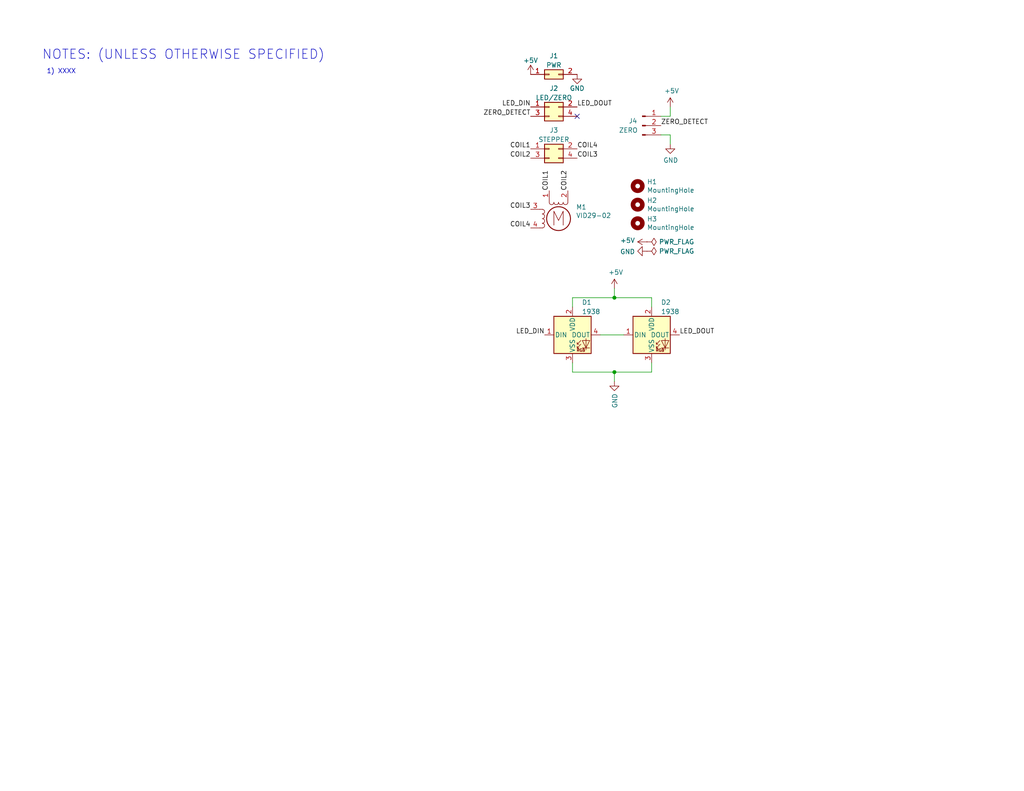
<source format=kicad_sch>
(kicad_sch (version 20211123) (generator eeschema)
  (paper "A")
  (title_block (date "2022-08-04") (rev "2"))
  (lib_symbols
    (symbol "Connector:Conn_01x03_Male" (pin_names (offset 1.016) hide)
      (property "Reference" "J" (at 0 5.08 0))
      (property "Value" "Conn_01x03_Male" (at 0 -5.08 0))
      (symbol "Conn_01x03_Male_1_1"
        (polyline (pts (xy 1.27 -2.54) (xy 0.8636 -2.54)) (stroke (width 0.1524)))
        (polyline (pts (xy 1.27 0) (xy 0.8636 0)) (stroke (width 0.1524)))
        (polyline (pts (xy 1.27 2.54) (xy 0.8636 2.54)) (stroke (width 0.1524)))
        (rectangle (start 0.8636 -2.413) (end 0 -2.667) (stroke (width 0.1524)) (fill (type outline)))
        (rectangle (start 0.8636 0.127) (end 0 -0.127) (stroke (width 0.1524)) (fill (type outline)))
        (rectangle (start 0.8636 2.667) (end 0 2.413) (stroke (width 0.1524)) (fill (type outline)))
        (pin passive line (at 5.08 2.54 180) (length 3.81) (name "Pin_1") (number "1"))
        (pin passive line (at 5.08 0 180) (length 3.81) (name "Pin_2") (number "2"))
        (pin passive line (at 5.08 -2.54 180) (length 3.81) (name "Pin_3") (number "3"))
      )
    )
    (symbol "Connector_Generic:Conn_02x01" (pin_names (offset 1.016) hide)
      (property "Reference" "J" (at 1.27 2.54 0))
      (property "Value" "Conn_02x01" (at 1.27 -2.54 0))
      (symbol "Conn_02x01_1_1"
        (rectangle (start -1.27 0.127) (end 0 -0.127) (stroke (width 0.1524)))
        (rectangle (start -1.27 1.27) (end 3.81 -1.27) (stroke (width 0.254)) (fill (type background)))
        (rectangle (start 3.81 0.127) (end 2.54 -0.127) (stroke (width 0.1524)))
        (pin passive line (at -5.08 0 0) (length 3.81) (name "Pin_1") (number "1"))
        (pin passive line (at 7.62 0 180) (length 3.81) (name "Pin_2") (number "2"))
      )
    )
    (symbol "Connector_Generic:Conn_02x02_Odd_Even" (pin_names (offset 1.016) hide)
      (property "Reference" "J" (at 1.27 2.54 0))
      (property "Value" "Conn_02x02_Odd_Even" (at 1.27 -5.08 0))
      (symbol "Conn_02x02_Odd_Even_1_1"
        (rectangle (start -1.27 -2.413) (end 0 -2.667) (stroke (width 0.1524)))
        (rectangle (start -1.27 0.127) (end 0 -0.127) (stroke (width 0.1524)))
        (rectangle (start -1.27 1.27) (end 3.81 -3.81) (stroke (width 0.254)) (fill (type background)))
        (rectangle (start 3.81 -2.413) (end 2.54 -2.667) (stroke (width 0.1524)))
        (rectangle (start 3.81 0.127) (end 2.54 -0.127) (stroke (width 0.1524)))
        (pin passive line (at -5.08 0 0) (length 3.81) (name "Pin_1") (number "1"))
        (pin passive line (at 7.62 0 180) (length 3.81) (name "Pin_2") (number "2"))
        (pin passive line (at -5.08 -2.54 0) (length 3.81) (name "Pin_3") (number "3"))
        (pin passive line (at 7.62 -2.54 180) (length 3.81) (name "Pin_4") (number "4"))
      )
    )
    (symbol "Mechanical:MountingHole" (pin_names (offset 1.016))
      (property "Reference" "H" (at 0 5.08 0))
      (property "Value" "MountingHole" (at 0 3.175 0))
      (symbol "MountingHole_0_1"
        (circle (center 0 0) (radius 1.27) (stroke (width 1.27)))
      )
    )
    (symbol "Motor:Stepper_Motor_bipolar" (pin_names (offset 0) hide)
      (property "Reference" "M" (at 3.81 2.54 0))
      (property "Value" "Stepper_Motor_bipolar" (at 3.81 1.27 0))
      (symbol "Stepper_Motor_bipolar_0_0"
        (polyline (pts (xy -1.27 -1.778) (xy -1.27 2.032) (xy 0 -0.508) (xy 1.27 2.032) (xy 1.27 -1.778)))
      )
      (symbol "Stepper_Motor_bipolar_0_1"
        (arc (start -4.445 -2.54) (mid -3.81 -1.905) (end -4.445 -1.27))
        (arc (start -4.445 -1.27) (mid -3.81 -0.635) (end -4.445 0))
        (arc (start -4.445 0) (mid -3.81 0.635) (end -4.445 1.27))
        (arc (start -4.445 1.27) (mid -3.81 1.905) (end -4.445 2.54))
        (arc (start -2.54 4.445) (mid -1.905 3.81) (end -1.27 4.445))
        (arc (start -1.27 4.445) (mid -0.635 3.81) (end 0 4.445))
        (polyline (pts (xy -5.08 -2.54) (xy -4.445 -2.54)))
        (polyline (pts (xy -5.08 2.54) (xy -4.445 2.54)))
        (polyline (pts (xy -2.54 5.08) (xy -2.54 4.445)))
        (polyline (pts (xy 2.54 5.08) (xy 2.54 4.445)))
        (circle (center 0 0) (radius 3.2512) (stroke (width 0.254)))
        (arc (start 0 4.445) (mid 0.635 3.81) (end 1.27 4.445))
        (arc (start 1.27 4.445) (mid 1.905 3.81) (end 2.54 4.445))
      )
      (symbol "Stepper_Motor_bipolar_1_1"
        (pin passive line (at -2.54 7.62 270) (length 2.54) (name "~") (number "1"))
        (pin passive line (at 2.54 7.62 270) (length 2.54) (name "-") (number "2"))
        (pin passive line (at -7.62 2.54 0) (length 2.54) (name "~") (number "3"))
        (pin passive line (at -7.62 -2.54 0) (length 2.54) (name "~") (number "4"))
      )
    )
    (symbol "power:+5V" (power) (pin_names (offset 0))
      (property "Value" "+5V" (at 0 3.556 0))
      (symbol "+5V_0_1"
        (polyline (pts (xy -0.762 1.27) (xy 0 2.54)))
        (polyline (pts (xy 0 0) (xy 0 2.54)))
        (polyline (pts (xy 0 2.54) (xy 0.762 1.27)))
      )
      (symbol "+5V_1_1"
        (pin power_in line (at 0 0 90) (length 0) hide (name "+5V") (number "1"))
      )
    )
    (symbol "power:GND" (power) (pin_names (offset 0))
      (property "Value" "GND" (at 0 -3.81 0))
      (symbol "GND_0_1"
        (polyline (pts (xy 0 0) (xy 0 -1.27) (xy 1.27 -1.27) (xy 0 -2.54) (xy -1.27 -1.27) (xy 0 -1.27)))
      )
      (symbol "GND_1_1"
        (pin power_in line (at 0 0 270) (length 0) hide (name "GND") (number "1"))
      )
    )
    (symbol "power:PWR_FLAG" (power) (pin_numbers hide) (pin_names (offset 0) hide)
      (property "Value" "PWR_FLAG" (at 0 3.81 0))
      (symbol "PWR_FLAG_0_0"
        (pin power_out line (at 0 0 90) (length 0) (name "pwr") (number "1"))
      )
      (symbol "PWR_FLAG_0_1"
        (polyline (pts (xy 0 0) (xy 0 1.27) (xy -1.016 1.905) (xy 0 2.54) (xy 1.016 1.905) (xy 0 1.27)))
      )
    )
    (symbol "standby_airspeed_vvi-rescue:1938-KiCadCustomLib" (pin_names (offset 0.254))
      (property "Reference" "D" (at 5.08 5.715 0))
      (property "Value" "1938-KiCadCustomLib" (at 1.27 -5.715 0))
      (symbol "1938-KiCadCustomLib_0_0"
        (text "RGB" (at 2.286 -4.191 0) (effects (font (size 0.762 0.762))))
      )
      (symbol "1938-KiCadCustomLib_0_1"
        (polyline (pts (xy 1.27 -3.556) (xy 1.778 -3.556)))
        (polyline (pts (xy 1.27 -2.54) (xy 1.778 -2.54)))
        (polyline (pts (xy 4.699 -3.556) (xy 2.667 -3.556)))
        (polyline (pts (xy 2.286 -2.54) (xy 1.27 -3.556) (xy 1.27 -3.048)))
        (polyline (pts (xy 2.286 -1.524) (xy 1.27 -2.54) (xy 1.27 -2.032)))
        (polyline (pts (xy 3.683 -1.016) (xy 3.683 -3.556) (xy 3.683 -4.064)))
        (polyline (pts (xy 4.699 -1.524) (xy 2.667 -1.524) (xy 3.683 -3.556) (xy 4.699 -1.524)))
        (rectangle (start 5.08 5.08) (end -5.08 -5.08) (stroke (width 0.254)) (fill (type background)))
      )
      (symbol "1938-KiCadCustomLib_1_1"
        (pin input line (at -7.62 0 0) (length 2.54) (name "DIN") (number "1"))
        (pin power_in line (at 0 7.62 270) (length 2.54) (name "VDD") (number "2"))
        (pin power_in line (at 0 -7.62 90) (length 2.54) (name "VSS") (number "3"))
        (pin output line (at 7.62 0 180) (length 2.54) (name "DOUT") (number "4"))
      )
    )
  )
  (junction (at 167.64 101.6))
  (junction (at 167.64 81.28))
  (no_connect (at 157.48 31.75))
  (wire (pts (xy 182.88 39.37) (xy 182.88 36.83)))
  (wire (pts (xy 182.88 36.83) (xy 180.34 36.83)))
  (wire (pts (xy 167.64 101.6) (xy 177.8 101.6)))
  (wire (pts (xy 177.8 101.6) (xy 177.8 99.06)))
  (wire (pts (xy 156.21 99.06) (xy 156.21 101.6)))
  (wire (pts (xy 163.83 91.44) (xy 170.18 91.44)))
  (wire (pts (xy 167.64 81.28) (xy 177.8 81.28)))
  (wire (pts (xy 156.21 83.82) (xy 156.21 81.28)))
  (wire (pts (xy 167.64 101.6) (xy 167.64 104.14)))
  (wire (pts (xy 167.64 78.74) (xy 167.64 81.28)))
  (wire (pts (xy 156.21 101.6) (xy 167.64 101.6)))
  (wire (pts (xy 180.34 31.75) (xy 182.88 31.75)))
  (wire (pts (xy 156.21 81.28) (xy 167.64 81.28)))
  (wire (pts (xy 182.88 31.75) (xy 182.88 29.21)))
  (wire (pts (xy 177.8 81.28) (xy 177.8 83.82)))
  (text "1) XXXX" (at 12.7 20.32 0) (effects (font (size 1.27 1.27)) (justify left bottom)))
  (text "NOTES: (UNLESS OTHERWISE SPECIFIED)" (at 11.43 16.51 0) (effects (font (size 2.54 2.54)) (justify left bottom)))
  (label "LED_DIN" (at 144.78 29.21 180))
  (label "LED_DOUT" (at 157.48 29.21 0))
  (label "COIL3" (at 157.48 43.18 0))
  (label "LED_DOUT" (at 185.42 91.44 0))
  (label "LED_DIN" (at 148.59 91.44 180))
  (label "ZERO_DETECT" (at 144.78 31.75 180))
  (label "COIL1" (at 149.86 52.07 90))
  (label "COIL2" (at 144.78 43.18 180))
  (label "COIL2" (at 154.94 52.07 90))
  (label "ZERO_DETECT" (at 180.34 34.29 0))
  (label "COIL1" (at 144.78 40.64 180))
  (label "COIL4" (at 144.78 62.23 180))
  (label "COIL3" (at 144.78 57.15 180))
  (label "COIL4" (at 157.48 40.64 0))
  (symbol (lib_id "power:PWR_FLAG") (at 176.53 68.58 270) (unit 1)
    (property "Reference" "#FLG02" (effects hide))
    (property "Value" "PWR_FLAG" (at 179.7812 68.58 90) (effects (justify left)))
  )
  (symbol (lib_id "power:GND") (at 176.53 68.58 270) (unit 1)
    (property "Reference" "#PWR09" (effects hide))
    (property "Value" "GND" (at 173.2788 68.707 90) (effects (justify right)))
  )
  (symbol (lib_id "Motor:Stepper_Motor_bipolar") (at 152.4 59.69 0) (unit 1)
    (property "Reference" "M1" (at 157.1752 56.5404 0) (effects (justify left)))
    (property "Value" "VID29-02" (at 157.1752 58.8518 0) (effects (justify left)))
    (property "Footprint" "KiCAD Libraries:VID29-02" (effects hide))
    (property "Datasheet" "https://guy.carpenter.id.au/gaugette/resources/vid/20091026113525_VID29_manual_EN-080606.pdf" (effects hide))
  )
  (symbol (lib_id "Connector:Conn_01x03_Male") (at 175.26 34.29 0) (unit 1)
    (property "Reference" "J4" (at 172.72 33.02 0))
    (property "Value" "ZERO" (at 171.45 35.56 0))
    (property "Footprint" "Connector_PinHeader_2.54mm:PinHeader_1x03_P2.54mm_Vertical" (effects hide))
  )
  (symbol (lib_id "power:+5V") (at 182.88 29.21 0) (unit 1)
    (property "Reference" "#PWR011" (effects hide))
    (property "Value" "+5V" (at 183.261 24.8158 0))
  )
  (symbol (lib_id "power:GND") (at 182.88 39.37 0) (unit 1)
    (property "Reference" "#PWR013" (effects hide))
    (property "Value" "GND" (at 183.007 43.7642 0))
  )
  (symbol (lib_id "power:+5V") (at 176.53 66.04 90) (unit 1)
    (property "Reference" "#PWR012" (effects hide))
    (property "Value" "+5V" (at 173.2788 65.659 90) (effects (justify left)))
  )
  (symbol (lib_id "power:PWR_FLAG") (at 176.53 66.04 270) (unit 1)
    (property "Reference" "#FLG03" (effects hide))
    (property "Value" "PWR_FLAG" (at 179.7812 66.04 90) (effects (justify left)))
  )
  (symbol (lib_id "standby_airspeed_vvi-rescue:1938-KiCadCustomLib") (at 156.21 91.44 0) (unit 1)
    (property "Reference" "D1" (at 158.75 82.55 0) (effects (justify left)))
    (property "Value" "1938" (at 158.75 85.09 0) (effects (justify left)))
    (property "Footprint" "LED_THT:LED_D5.0mm-4_RGB" (effects hide))
    (property "Datasheet" "https://www.adafruit.com/product/1938" (effects hide))
  )
  (symbol (lib_id "standby_airspeed_vvi-rescue:1938-KiCadCustomLib") (at 177.8 91.44 0) (unit 1)
    (property "Reference" "D2" (at 180.34 82.55 0) (effects (justify left)))
    (property "Value" "1938" (at 180.34 85.09 0) (effects (justify left)))
    (property "Footprint" "LED_THT:LED_D5.0mm-4_RGB" (effects hide))
    (property "Datasheet" "https://www.adafruit.com/product/1938" (effects hide))
  )
  (symbol (lib_id "power:+5V") (at 167.64 78.74 0) (unit 1)
    (property "Reference" "#PWR01" (effects hide))
    (property "Value" "+5V" (at 168.021 74.3458 0))
  )
  (symbol (lib_id "power:GND") (at 167.64 104.14 0) (unit 1)
    (property "Reference" "#PWR02" (effects hide))
    (property "Value" "GND" (at 167.767 107.3912 90) (effects (justify right)))
  )
  (symbol (lib_id "Mechanical:MountingHole") (at 173.99 50.8 0) (unit 1)
    (property "Reference" "H1" (at 176.53 49.6316 0) (effects (justify left)))
    (property "Value" "MountingHole" (at 176.53 51.943 0) (effects (justify left)))
    (property "Footprint" "MountingHole:MountingHole_2.5mm" (effects hide))
  )
  (symbol (lib_id "Mechanical:MountingHole") (at 173.99 55.88 0) (unit 1)
    (property "Reference" "H2" (at 176.53 54.7116 0) (effects (justify left)))
    (property "Value" "MountingHole" (at 176.53 57.023 0) (effects (justify left)))
    (property "Footprint" "MountingHole:MountingHole_2.5mm" (effects hide))
  )
  (symbol (lib_id "Mechanical:MountingHole") (at 173.99 60.96 0) (unit 1)
    (property "Reference" "H3" (at 176.53 59.7916 0) (effects (justify left)))
    (property "Value" "MountingHole" (at 176.53 62.103 0) (effects (justify left)))
    (property "Footprint" "MountingHole:MountingHole_2.5mm" (effects hide))
  )
  (symbol (lib_id "Connector_Generic:Conn_02x02_Odd_Even") (at 149.86 40.64 0) (unit 1)
    (property "Reference" "J3" (at 151.13 35.56 0))
    (property "Value" "STEPPER" (at 151.13 38.1 0))
    (property "Footprint" "Connector_PinHeader_2.54mm:PinHeader_2x02_P2.54mm_Vertical" (effects hide))
  )
  (symbol (lib_id "Connector_Generic:Conn_02x02_Odd_Even") (at 149.86 29.21 0) (unit 1)
    (property "Reference" "J2" (at 151.13 24.13 0))
    (property "Value" "LED/ZERO" (at 151.13 26.67 0))
    (property "Footprint" "Connector_PinHeader_2.54mm:PinHeader_2x02_P2.54mm_Vertical" (effects hide))
  )
  (symbol (lib_id "Connector_Generic:Conn_02x01") (at 149.86 20.32 0) (unit 1)
    (property "Reference" "J1" (at 151.13 15.24 0))
    (property "Value" "PWR" (at 151.13 17.78 0))
    (property "Footprint" "Connector_PinHeader_2.54mm:PinHeader_2x01_P2.54mm_Vertical" (effects hide))
  )
  (symbol (lib_id "power:+5V") (at 144.78 20.32 0) (unit 1)
    (property "Reference" "#PWR0101" (effects hide))
    (property "Value" "+5V" (at 144.78 16.51 0))
  )
  (symbol (lib_id "power:GND") (at 157.48 20.32 0) (unit 1)
    (property "Reference" "#PWR0102" (effects hide))
    (property "Value" "GND" (at 157.48 24.13 0))
  )
)
</source>
